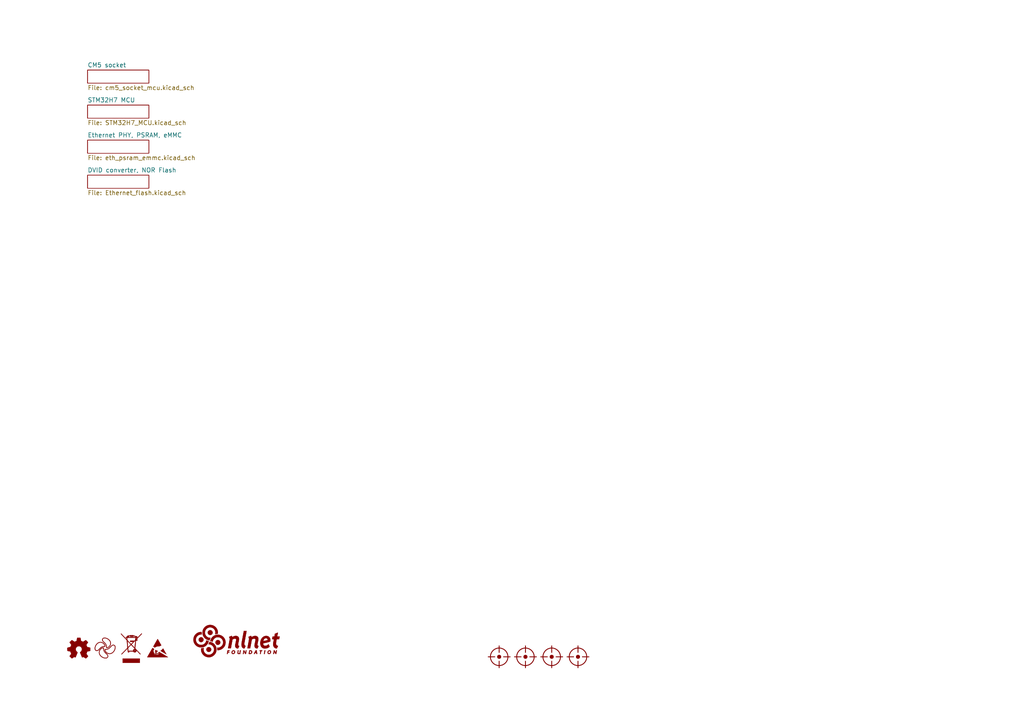
<source format=kicad_sch>
(kicad_sch (version 20250114) (generator "eeschema") (generator_version "9.0")
  (paper "A4")
  (title_block (title "${project_name}") (date "2025-11-02") (rev "${project_version}") (company "${project_creator}") (comment 1 "${project_license}") (comment 2 "${project_info}") (comment 3 "${project_url}"))
  (lib_symbols
    (symbol "PCM_EEZ_symbols:EEZ logo" (pin_names (offset 1.016)) (in_bom no))
    (symbol "PCM_EEZ_symbols:ESD logo" (pin_names (offset 1.016)) (in_bom no))
    (symbol "PCM_EEZ_symbols:FIDUCIAL" (in_bom no))
    (symbol "PCM_EEZ_symbols:NLnet logo" (pin_names (offset 1.016)) (in_bom no))
    (symbol "PCM_EEZ_symbols:Open HW logo" (pin_names (offset 1.016)) (in_bom no))
    (symbol "PCM_EEZ_symbols:WEEE logo" (pin_names (offset 1.016)) (in_bom no))
  )
  (symbol (lib_id "PCM_EEZ_symbols:NLnet logo") (at 55.88 185.42 0) (unit 1) (in_bom no)
    (property "Reference" "LOGO5" (effects (hide yes)))
    (property "Value" "NLnet logo" (effects (hide yes)))
    (property "Footprint" "PCM_EEZ_unsorted:NLnet logo" (effects (hide yes)))
  )
  (symbol (lib_id "PCM_EEZ_symbols:WEEE logo") (at 38.1 187.96 0) (unit 1) (in_bom no)
    (property "Reference" "LOGO3" (effects (hide yes)))
    (property "Value" "WEEE logo" (effects (hide yes)))
    (property "Footprint" "PCM_EEZ_unsorted:WEEE logo" (effects (hide yes)))
  )
  (symbol (lib_id "PCM_EEZ_symbols:FIDUCIAL") (at 167.64 190.5 0) (unit 1) (in_bom no)
    (property "Reference" "FM4" (effects (hide yes)))
    (property "Footprint" "PCM_EEZ_SMD:Fiducial_0.75mm_Mask1.5mm" (effects (hide yes)))
  )
  (symbol (lib_id "PCM_EEZ_symbols:FIDUCIAL") (at 160.02 190.5 0) (unit 1) (in_bom no)
    (property "Reference" "FM3" (effects (hide yes)))
    (property "Footprint" "PCM_EEZ_SMD:Fiducial_0.75mm_Mask1.5mm" (effects (hide yes)))
  )
  (symbol (lib_id "PCM_EEZ_symbols:FIDUCIAL") (at 144.78 190.5 0) (unit 1) (in_bom no)
    (property "Reference" "FM1" (effects (hide yes)))
    (property "Footprint" "PCM_EEZ_SMD:Fiducial_0.75mm_Mask1.5mm" (effects (hide yes)))
  )
  (symbol (lib_id "PCM_EEZ_symbols:ESD logo") (at 45.72 187.96 0) (unit 1) (in_bom no)
    (property "Reference" "LOGO4" (effects (hide yes)))
    (property "Value" "ESD logo" (effects (hide yes)))
    (property "Footprint" "PCM_EEZ_unsorted:ESD  logo" (effects (hide yes)))
  )
  (symbol (lib_id "PCM_EEZ_symbols:FIDUCIAL") (at 152.4 190.5 0) (unit 1) (in_bom no)
    (property "Reference" "FM2" (effects (hide yes)))
    (property "Footprint" "PCM_EEZ_SMD:Fiducial_0.75mm_Mask1.5mm" (effects (hide yes)))
  )
  (symbol (lib_id "PCM_EEZ_symbols:Open HW logo") (at 22.86 187.96 0) (unit 1) (in_bom no)
    (property "Reference" "LOGO1" (effects (hide yes)))
    (property "Value" "Open HW logo" (effects (hide yes)))
    (property "Footprint" "PCM_EEZ_unsorted:Open HW logo" (effects (hide yes)))
  )
  (symbol (lib_id "PCM_EEZ_symbols:EEZ logo") (at 30.48 187.96 0) (unit 1) (in_bom no)
    (property "Reference" "LOGO2" (effects (hide yes)))
    (property "Value" "EEZ logo" (effects (hide yes)))
    (property "Footprint" "PCM_EEZ_unsorted:EEZ logo (outline 6mm)" (effects (hide yes)))
  )
  (sheet (at 25.4 50.8) (size 17.78 3.81)
    (property "Sheetname" "DVID converter, NOR Flash" (at 25.4 50.0884 0) (effects (justify left bottom)))
    (property "Sheetfile" "Ethernet_flash.kicad_sch" (at 25.4 55.1946 0) (effects (justify left top)))
  )
  (sheet (at 25.4 20.32) (size 17.78 3.81) (stroke (width 0.1524))
    (property "Sheetname" "CM5 socket" (at 25.4 19.6084 0) (effects (justify left bottom)))
    (property "Sheetfile" "cm5_socket_mcu.kicad_sch" (at 25.4 24.7146 0) (effects (justify left top)))
  )
  (sheet (at 25.4 30.48) (size 17.78 3.81)
    (property "Sheetname" "STM32H7 MCU" (at 25.4 29.7684 0) (effects (justify left bottom)))
    (property "Sheetfile" "STM32H7_MCU.kicad_sch" (at 25.4 34.8746 0) (effects (justify left top)))
  )
  (sheet (at 25.4 40.64) (size 17.78 3.81)
    (property "Sheetname" "Ethernet PHY, PSRAM, eMMC" (at 25.4 39.9284 0) (effects (justify left bottom)))
    (property "Sheetfile" "eth_psram_emmc.kicad_sch" (at 25.4 45.0346 0) (effects (justify left top)))
  )
)
</source>
